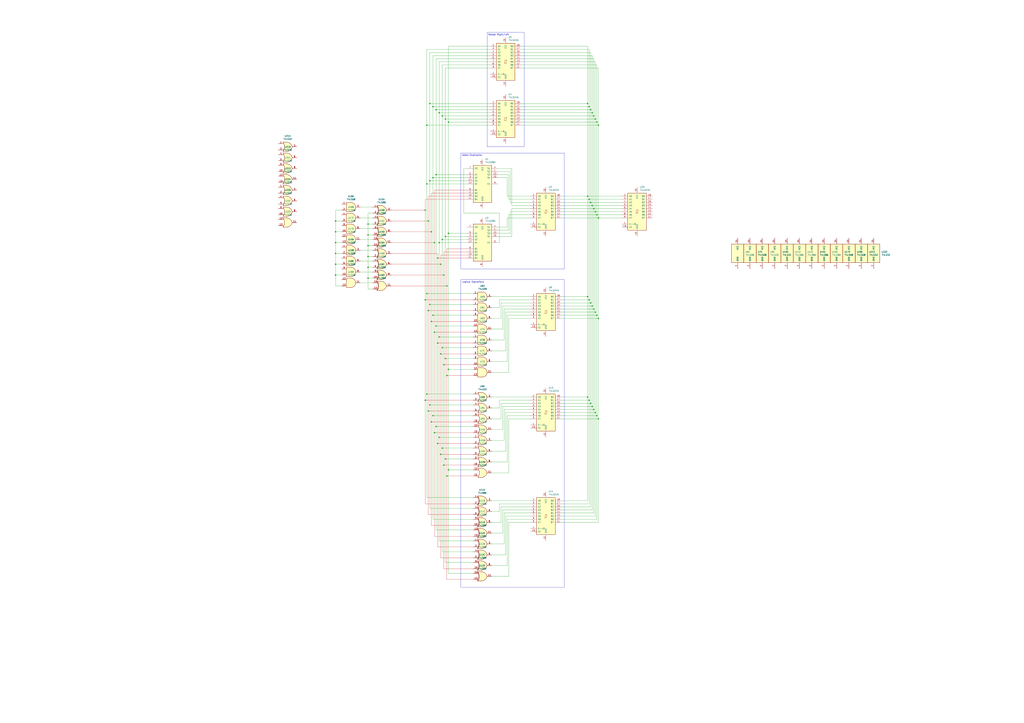
<source format=kicad_sch>
(kicad_sch (version 20231120) (generator "eeschema") (generator_version "8.0")
  (paper "A1")
  (junction (at 483.87 163.83))
  (junction (at 275.59 199.39))
  (junction (at 368.3 191.77))
  (junction (at 486.41 92.71))
  (junction (at 356.87 355.6))
  (junction (at 368.3 100.33))
  (junction (at 482.6 326.39))
  (junction (at 350.52 102.87))
  (junction (at 367.03 308.61))
  (junction (at 349.25 246.38))
  (junction (at 488.95 339.09))
  (junction (at 485.14 90.17))
  (junction (at 353.06 332.74))
  (junction (at 365.76 294.64))
  (junction (at 483.87 328.93))
  (junction (at 354.33 346.71))
  (junction (at 360.68 359.41))
  (junction (at 350.52 241.3))
  (junction (at 491.49 102.87))
  (junction (at 359.41 364.49))
  (junction (at 360.68 92.71))
  (junction (at 358.14 267.97))
  (junction (at 485.14 331.47))
  (junction (at 361.95 217.17))
  (junction (at 364.49 382.27))
  (junction (at 354.33 264.16))
  (junction (at 275.59 208.28))
  (junction (at 482.6 161.29))
  (junction (at 351.79 337.82))
  (junction (at 487.68 336.55))
  (junction (at 275.59 190.5))
  (junction (at 482.6 85.09))
  (junction (at 353.06 85.09))
  (junction (at 365.76 97.79))
  (junction (at 361.95 373.38))
  (junction (at 364.49 226.06))
  (junction (at 354.33 190.5))
  (junction (at 368.3 386.08))
  (junction (at 302.26 184.15))
  (junction (at 275.59 217.17))
  (junction (at 488.95 256.54))
  (junction (at 349.25 172.72))
  (junction (at 491.49 344.17))
  (junction (at 482.6 243.84))
  (junction (at 360.68 199.39))
  (junction (at 275.59 181.61))
  (junction (at 367.03 391.16))
  (junction (at 487.68 171.45))
  (junction (at 358.14 90.17))
  (junction (at 275.59 226.06))
  (junction (at 487.68 95.25))
  (junction (at 486.41 168.91))
  (junction (at 483.87 246.38))
  (junction (at 486.41 334.01))
  (junction (at 355.6 259.08))
  (junction (at 365.76 377.19))
  (junction (at 363.22 285.75))
  (junction (at 490.22 259.08))
  (junction (at 490.22 100.33))
  (junction (at 353.06 148.59))
  (junction (at 486.41 251.46))
  (junction (at 490.22 341.63))
  (junction (at 358.14 143.51))
  (junction (at 302.26 210.82))
  (junction (at 364.49 299.72))
  (junction (at 302.26 193.04))
  (junction (at 302.26 219.71))
  (junction (at 485.14 166.37))
  (junction (at 355.6 146.05))
  (junction (at 351.79 255.27))
  (junction (at 363.22 368.3))
  (junction (at 358.14 350.52))
  (junction (at 368.3 303.53))
  (junction (at 485.14 248.92))
  (junction (at 350.52 323.85))
  (junction (at 356.87 199.39))
  (junction (at 351.79 181.61))
  (junction (at 359.41 212.09))
  (junction (at 363.22 95.25))
  (junction (at 350.52 151.13))
  (junction (at 361.95 290.83))
  (junction (at 487.68 254))
  (junction (at 488.95 97.79))
  (junction (at 491.49 261.62))
  (junction (at 355.6 341.63))
  (junction (at 363.22 196.85))
  (junction (at 491.49 179.07))
  (junction (at 488.95 173.99))
  (junction (at 353.06 250.19))
  (junction (at 490.22 176.53))
  (junction (at 360.68 276.86))
  (junction (at 367.03 234.95))
  (junction (at 302.26 201.93))
  (junction (at 349.25 328.93))
  (junction (at 356.87 273.05))
  (junction (at 302.26 228.6))
  (junction (at 359.41 281.94))
  (junction (at 355.6 87.63))
  (junction (at 483.87 87.63))
  (junction (at 365.76 194.31))
  (wire (pts (xy 415.29 339.09) (xy 415.29 370.84)))
  (wire (pts (xy 408.94 194.31) (xy 420.37 194.31)))
  (wire (pts (xy 360.68 92.71) (xy 360.68 50.8)))
  (wire (pts (xy 383.54 194.31) (xy 365.76 194.31)))
  (wire (pts (xy 427.99 43.18) (xy 485.14 43.18)))
  (wire (pts (xy 321.31 199.39) (xy 356.87 199.39)) (stroke (width 0) (color 194 0 0 1)))
  (wire (pts (xy 365.76 377.19) (xy 365.76 462.28)))
  (wire (pts (xy 363.22 285.75) (xy 363.22 368.3)))
  (wire (pts (xy 295.91 232.41) (xy 306.07 232.41)))
  (wire (pts (xy 353.06 417.83) (xy 388.62 417.83)))
  (wire (pts (xy 388.62 308.61) (xy 367.03 308.61)) (stroke (width 0) (color 194 0 0 1)))
  (wire (pts (xy 355.6 87.63) (xy 402.59 87.63)))
  (wire (pts (xy 350.52 151.13) (xy 350.52 241.3)))
  (wire (pts (xy 427.99 85.09) (xy 482.6 85.09)))
  (wire (pts (xy 483.87 40.64) (xy 483.87 87.63)))
  (wire (pts (xy 461.01 176.53) (xy 490.22 176.53)))
  (wire (pts (xy 482.6 85.09) (xy 482.6 161.29)))
  (wire (pts (xy 435.61 261.62) (xy 417.83 261.62)))
  (wire (pts (xy 383.54 199.39) (xy 360.68 199.39)))
  (wire (pts (xy 490.22 259.08) (xy 461.01 259.08)))
  (wire (pts (xy 361.95 458.47) (xy 388.62 458.47)) (stroke (width 0) (color 194 0 0 1)))
  (wire (pts (xy 365.76 55.88) (xy 402.59 55.88)))
  (wire (pts (xy 383.54 196.85) (xy 363.22 196.85)))
  (wire (pts (xy 349.25 328.93) (xy 388.62 328.93)) (stroke (width 0) (color 194 0 0 1)))
  (wire (pts (xy 427.99 55.88) (xy 491.49 55.88)))
  (wire (pts (xy 302.26 219.71) (xy 302.26 228.6)))
  (wire (pts (xy 411.48 416.56) (xy 411.48 429.26)))
  (wire (pts (xy 363.22 95.25) (xy 363.22 196.85)))
  (wire (pts (xy 358.14 143.51) (xy 358.14 267.97)))
  (wire (pts (xy 403.86 326.39) (xy 435.61 326.39)))
  (wire (pts (xy 488.95 97.79) (xy 488.95 50.8)))
  (wire (pts (xy 349.25 172.72) (xy 349.25 246.38)) (stroke (width 0) (color 194 0 0 1)))
  (wire (pts (xy 280.67 208.28) (xy 275.59 208.28)))
  (wire (pts (xy 351.79 337.82) (xy 351.79 422.91)) (stroke (width 0) (color 194 0 0 1)))
  (wire (pts (xy 461.01 254) (xy 487.68 254)))
  (wire (pts (xy 461.01 168.91) (xy 486.41 168.91)))
  (wire (pts (xy 275.59 208.28) (xy 275.59 217.17)))
  (wire (pts (xy 417.83 344.17) (xy 417.83 388.62)))
  (wire (pts (xy 408.94 146.05) (xy 416.56 146.05)))
  (wire (pts (xy 383.54 204.47) (xy 367.03 204.47)) (stroke (width 0) (color 194 0 0 1)))
  (wire (pts (xy 388.62 303.53) (xy 368.3 303.53)))
  (wire (pts (xy 383.54 207.01) (xy 364.49 207.01)) (stroke (width 0) (color 194 0 0 1)))
  (wire (pts (xy 302.26 175.26) (xy 302.26 184.15)))
  (wire (pts (xy 415.29 288.29) (xy 403.86 288.29)))
  (wire (pts (xy 353.06 85.09) (xy 353.06 148.59)))
  (wire (pts (xy 416.56 186.69) (xy 416.56 179.07)))
  (wire (pts (xy 350.52 102.87) (xy 350.52 40.64)))
  (wire (pts (xy 485.14 331.47) (xy 485.14 416.56)))
  (wire (pts (xy 435.61 168.91) (xy 420.37 168.91)))
  (wire (pts (xy 403.86 297.18) (xy 416.56 297.18)))
  (wire (pts (xy 490.22 53.34) (xy 490.22 100.33)))
  (wire (pts (xy 416.56 464.82) (xy 416.56 426.72)))
  (wire (pts (xy 388.62 368.3) (xy 363.22 368.3)))
  (wire (pts (xy 351.79 422.91) (xy 388.62 422.91)) (stroke (width 0) (color 194 0 0 1)))
  (wire (pts (xy 483.87 40.64) (xy 427.99 40.64)))
  (wire (pts (xy 356.87 273.05) (xy 356.87 355.6)) (stroke (width 0) (color 194 0 0 1)))
  (wire (pts (xy 408.94 186.69) (xy 416.56 186.69)))
  (wire (pts (xy 408.94 189.23) (xy 417.83 189.23)))
  (wire (pts (xy 483.87 328.93) (xy 483.87 414.02)))
  (wire (pts (xy 490.22 426.72) (xy 461.01 426.72)))
  (wire (pts (xy 486.41 251.46) (xy 486.41 334.01)))
  (wire (pts (xy 363.22 95.25) (xy 402.59 95.25)))
  (wire (pts (xy 306.07 201.93) (xy 302.26 201.93)))
  (wire (pts (xy 435.61 429.26) (xy 417.83 429.26)))
  (wire (pts (xy 403.86 420.37) (xy 410.21 420.37)))
  (wire (pts (xy 403.86 335.28) (xy 410.21 335.28)))
  (wire (pts (xy 461.01 416.56) (xy 485.14 416.56)))
  (wire (pts (xy 321.31 190.5) (xy 354.33 190.5)) (stroke (width 0) (color 194 0 0 1)))
  (wire (pts (xy 302.26 193.04) (xy 302.26 201.93)))
  (wire (pts (xy 486.41 168.91) (xy 486.41 251.46)))
  (wire (pts (xy 402.59 48.26) (xy 358.14 48.26)))
  (wire (pts (xy 306.07 193.04) (xy 302.26 193.04)))
  (wire (pts (xy 388.62 471.17) (xy 368.3 471.17)))
  (wire (pts (xy 365.76 294.64) (xy 388.62 294.64)))
  (wire (pts (xy 351.79 161.29) (xy 351.79 181.61)) (stroke (width 0) (color 194 0 0 1)))
  (wire (pts (xy 306.07 237.49) (xy 302.26 237.49)))
  (wire (pts (xy 356.87 199.39) (xy 356.87 273.05)) (stroke (width 0) (color 194 0 0 1)))
  (wire (pts (xy 415.29 455.93) (xy 403.86 455.93)))
  (wire (pts (xy 461.01 421.64) (xy 487.68 421.64)))
  (wire (pts (xy 383.54 156.21) (xy 356.87 156.21)) (stroke (width 0) (color 194 0 0 1)))
  (wire (pts (xy 403.86 361.95) (xy 414.02 361.95)))
  (wire (pts (xy 488.95 339.09) (xy 488.95 424.18)))
  (wire (pts (xy 412.75 438.15) (xy 403.86 438.15)))
  (wire (pts (xy 491.49 344.17) (xy 491.49 429.26)))
  (wire (pts (xy 383.54 146.05) (xy 355.6 146.05)))
  (wire (pts (xy 355.6 87.63) (xy 355.6 45.72)))
  (wire (pts (xy 355.6 426.72) (xy 388.62 426.72)))
  (wire (pts (xy 461.01 261.62) (xy 491.49 261.62)))
  (wire (pts (xy 410.21 252.73) (xy 410.21 246.38)))
  (wire (pts (xy 461.01 344.17) (xy 491.49 344.17)))
  (wire (pts (xy 415.29 256.54) (xy 415.29 288.29)))
  (wire (pts (xy 416.56 161.29) (xy 435.61 161.29)))
  (wire (pts (xy 361.95 290.83) (xy 388.62 290.83)) (stroke (width 0) (color 194 0 0 1)))
  (wire (pts (xy 306.07 184.15) (xy 302.26 184.15)))
  (wire (pts (xy 491.49 102.87) (xy 491.49 179.07)))
  (wire (pts (xy 388.62 453.39) (xy 363.22 453.39)))
  (wire (pts (xy 417.83 429.26) (xy 417.83 473.71)))
  (wire (pts (xy 383.54 151.13) (xy 350.52 151.13)))
  (wire (pts (xy 349.25 414.02) (xy 388.62 414.02)) (stroke (width 0) (color 194 0 0 1)))
  (wire (pts (xy 351.79 181.61) (xy 351.79 255.27)) (stroke (width 0) (color 194 0 0 1)))
  (wire (pts (xy 321.31 172.72) (xy 349.25 172.72)) (stroke (width 0) (color 194 0 0 1)))
  (wire (pts (xy 408.94 143.51) (xy 417.83 143.51)))
  (wire (pts (xy 358.14 267.97) (xy 358.14 350.52)))
  (wire (pts (xy 461.01 424.18) (xy 488.95 424.18)))
  (wire (pts (xy 483.87 414.02) (xy 461.01 414.02)))
  (wire (pts (xy 361.95 217.17) (xy 361.95 290.83)) (stroke (width 0) (color 194 0 0 1)))
  (wire (pts (xy 487.68 48.26) (xy 487.68 95.25)))
  (wire (pts (xy 349.25 246.38) (xy 349.25 328.93)) (stroke (width 0) (color 194 0 0 1)))
  (wire (pts (xy 410.21 246.38) (xy 435.61 246.38)))
  (wire (pts (xy 487.68 171.45) (xy 487.68 254)))
  (wire (pts (xy 365.76 377.19) (xy 388.62 377.19)))
  (wire (pts (xy 295.91 223.52) (xy 306.07 223.52)))
  (wire (pts (xy 280.67 199.39) (xy 275.59 199.39)))
  (wire (pts (xy 491.49 55.88) (xy 491.49 102.87)))
  (wire (pts (xy 490.22 341.63) (xy 490.22 426.72)))
  (wire (pts (xy 355.6 146.05) (xy 355.6 259.08)))
  (wire (pts (xy 427.99 100.33) (xy 490.22 100.33)))
  (wire (pts (xy 483.87 328.93) (xy 461.01 328.93)))
  (wire (pts (xy 358.14 90.17) (xy 402.59 90.17)))
  (wire (pts (xy 461.01 161.29) (xy 482.6 161.29)))
  (wire (pts (xy 295.91 179.07) (xy 306.07 179.07)))
  (wire (pts (xy 353.06 148.59) (xy 353.06 250.19)))
  (wire (pts (xy 361.95 373.38) (xy 361.95 458.47)) (stroke (width 0) (color 194 0 0 1)))
  (wire (pts (xy 461.01 411.48) (xy 482.6 411.48)))
  (wire (pts (xy 414.02 336.55) (xy 435.61 336.55)))
  (wire (pts (xy 461.01 166.37) (xy 485.14 166.37)))
  (wire (pts (xy 360.68 276.86) (xy 360.68 359.41)))
  (wire (pts (xy 417.83 176.53) (xy 435.61 176.53)))
  (wire (pts (xy 360.68 276.86) (xy 388.62 276.86)))
  (wire (pts (xy 353.06 250.19) (xy 388.62 250.19)))
  (wire (pts (xy 363.22 368.3) (xy 363.22 453.39)))
  (wire (pts (xy 354.33 190.5) (xy 354.33 264.16)) (stroke (width 0) (color 194 0 0 1)))
  (wire (pts (xy 402.59 97.79) (xy 365.76 97.79)))
  (wire (pts (xy 488.95 50.8) (xy 427.99 50.8)))
  (wire (pts (xy 353.06 43.18) (xy 353.06 85.09)))
  (wire (pts (xy 355.6 341.63) (xy 355.6 426.72)))
  (wire (pts (xy 485.14 166.37) (xy 510.54 166.37)))
  (wire (pts (xy 295.91 170.18) (xy 306.07 170.18)))
  (wire (pts (xy 367.03 308.61) (xy 367.03 234.95)) (stroke (width 0) (color 194 0 0 1)))
  (wire (pts (xy 383.54 163.83) (xy 349.25 163.83)) (stroke (width 0) (color 194 0 0 1)))
  (wire (pts (xy 417.83 143.51) (xy 417.83 163.83)))
  (wire (pts (xy 483.87 87.63) (xy 483.87 163.83)))
  (wire (pts (xy 435.61 424.18) (xy 415.29 424.18)))
  (wire (pts (xy 383.54 161.29) (xy 351.79 161.29)) (stroke (width 0) (color 194 0 0 1)))
  (wire (pts (xy 403.86 464.82) (xy 416.56 464.82)))
  (wire (pts (xy 350.52 241.3) (xy 388.62 241.3)))
  (wire (pts (xy 358.14 267.97) (xy 388.62 267.97)))
  (wire (pts (xy 487.68 95.25) (xy 487.68 171.45)))
  (wire (pts (xy 461.01 163.83) (xy 483.87 163.83)))
  (wire (pts (xy 482.6 161.29) (xy 510.54 161.29)))
  (wire (pts (xy 381 175.26) (xy 410.21 175.26)))
  (wire (pts (xy 367.03 476.25) (xy 388.62 476.25)) (stroke (width 0) (color 194 0 0 1)))
  (wire (pts (xy 360.68 359.41) (xy 360.68 444.5)))
  (wire (pts (xy 486.41 334.01) (xy 486.41 419.1)))
  (wire (pts (xy 321.31 181.61) (xy 351.79 181.61)) (stroke (width 0) (color 194 0 0 1)))
  (wire (pts (xy 302.26 201.93) (xy 302.26 210.82)))
  (wire (pts (xy 485.14 90.17) (xy 485.14 166.37)))
  (wire (pts (xy 408.94 140.97) (xy 419.1 140.97)))
  (wire (pts (xy 403.86 447.04) (xy 414.02 447.04)))
  (wire (pts (xy 420.37 138.43) (xy 408.94 138.43)))
  (wire (pts (xy 403.86 243.84) (xy 435.61 243.84)))
  (wire (pts (xy 412.75 353.06) (xy 403.86 353.06)))
  (wire (pts (xy 486.41 419.1) (xy 461.01 419.1)))
  (wire (pts (xy 414.02 447.04) (xy 414.02 421.64)))
  (wire (pts (xy 360.68 359.41) (xy 388.62 359.41)))
  (wire (pts (xy 485.14 166.37) (xy 485.14 248.92)))
  (wire (pts (xy 416.56 179.07) (xy 435.61 179.07)))
  (wire (pts (xy 435.61 416.56) (xy 411.48 416.56)))
  (wire (pts (xy 350.52 102.87) (xy 350.52 151.13)))
  (wire (pts (xy 306.07 175.26) (xy 302.26 175.26)))
  (wire (pts (xy 435.61 334.01) (xy 412.75 334.01)))
  (wire (pts (xy 280.67 190.5) (xy 275.59 190.5)))
  (wire (pts (xy 410.21 175.26) (xy 410.21 199.39)))
  (wire (pts (xy 482.6 326.39) (xy 482.6 411.48)))
  (wire (pts (xy 365.76 462.28) (xy 388.62 462.28)))
  (wire (pts (xy 419.1 173.99) (xy 419.1 191.77)))
  (wire (pts (xy 364.49 382.27) (xy 364.49 467.36)) (stroke (width 0) (color 194 0 0 1)))
  (wire (pts (xy 461.01 326.39) (xy 482.6 326.39)))
  (wire (pts (xy 427.99 102.87) (xy 491.49 102.87)))
  (wire (pts (xy 356.87 440.69) (xy 388.62 440.69)) (stroke (width 0) (color 194 0 0 1)))
  (wire (pts (xy 419.1 191.77) (xy 408.94 191.77)))
  (wire (pts (xy 367.03 234.95) (xy 367.03 204.47)) (stroke (width 0) (color 194 0 0 1)))
  (wire (pts (xy 275.59 172.72) (xy 275.59 181.61)))
  (wire (pts (xy 363.22 285.75) (xy 363.22 196.85)))
  (wire (pts (xy 353.06 332.74) (xy 388.62 332.74)))
  (wire (pts (xy 414.02 421.64) (xy 435.61 421.64)))
  (wire (pts (xy 485.14 248.92) (xy 485.14 331.47)))
  (wire (pts (xy 483.87 163.83) (xy 483.87 246.38)))
  (wire (pts (xy 461.01 171.45) (xy 487.68 171.45)))
  (wire (pts (xy 356.87 355.6) (xy 388.62 355.6)) (stroke (width 0) (color 194 0 0 1)))
  (wire (pts (xy 321.31 234.95) (xy 367.03 234.95)) (stroke (width 0) (color 194 0 0 1)))
  (wire (pts (xy 435.61 419.1) (xy 412.75 419.1)))
  (wire (pts (xy 419.1 140.97) (xy 419.1 166.37)))
  (wire (pts (xy 280.67 217.17) (xy 275.59 217.17)))
  (wire (pts (xy 365.76 194.31) (xy 365.76 294.64)))
  (wire (pts (xy 354.33 431.8) (xy 388.62 431.8)) (stroke (width 0) (color 194 0 0 1)))
  (wire (pts (xy 461.01 429.26) (xy 491.49 429.26)))
  (wire (pts (xy 351.79 337.82) (xy 388.62 337.82)) (stroke (width 0) (color 194 0 0 1)))
  (wire (pts (xy 368.3 100.33) (xy 368.3 38.1)))
  (wire (pts (xy 351.79 255.27) (xy 388.62 255.27)) (stroke (width 0) (color 194 0 0 1)))
  (wire (pts (xy 427.99 53.34) (xy 490.22 53.34)))
  (wire (pts (xy 412.75 251.46) (xy 412.75 270.51)))
  (wire (pts (xy 359.41 281.94) (xy 359.41 364.49)) (stroke (width 0) (color 194 0 0 1)))
  (wire (pts (xy 360.68 444.5) (xy 388.62 444.5)))
  (wire (pts (xy 356.87 273.05) (xy 388.62 273.05)) (stroke (width 0) (color 194 0 0 1)))
  (wire (pts (xy 427.99 48.26) (xy 487.68 48.26)))
  (wire (pts (xy 365.76 97.79) (xy 365.76 194.31)))
  (wire (pts (xy 420.37 168.91) (xy 420.37 138.43)))
  (wire (pts (xy 414.02 361.95) (xy 414.02 336.55)))
  (wire (pts (xy 354.33 264.16) (xy 354.33 346.71)) (stroke (width 0) (color 194 0 0 1)))
  (wire (pts (xy 491.49 261.62) (xy 491.49 344.17)))
  (wire (pts (xy 403.86 252.73) (xy 410.21 252.73)))
  (wire (pts (xy 275.59 226.06) (xy 280.67 226.06)))
  (wire (pts (xy 491.49 179.07) (xy 510.54 179.07)))
  (wire (pts (xy 486.41 334.01) (xy 461.01 334.01)))
  (wire (pts (xy 321.31 208.28) (xy 359.41 208.28)) (stroke (width 0) (color 194 0 0 1)))
  (wire (pts (xy 383.54 212.09) (xy 359.41 212.09)) (stroke (width 0) (color 194 0 0 1)))
  (wire (pts (xy 490.22 100.33) (xy 490.22 176.53)))
  (wire (pts (xy 350.52 408.94) (xy 388.62 408.94)))
  (wire (pts (xy 354.33 158.75) (xy 354.33 190.5)) (stroke (width 0) (color 194 0 0 1)))
  (wire (pts (xy 359.41 281.94) (xy 388.62 281.94)) (stroke (width 0) (color 194 0 0 1)))
  (wire (pts (xy 487.68 171.45) (xy 510.54 171.45)))
  (wire (pts (xy 358.14 350.52) (xy 358.14 435.61)))
  (wire (pts (xy 368.3 100.33) (xy 368.3 191.77)))
  (wire (pts (xy 417.83 388.62) (xy 403.86 388.62)))
  (wire (pts (xy 354.33 264.16) (xy 388.62 264.16)) (stroke (width 0) (color 194 0 0 1)))
  (wire (pts (xy 461.01 179.07) (xy 491.49 179.07)))
  (wire (pts (xy 359.41 364.49) (xy 359.41 449.58)) (stroke (width 0) (color 194 0 0 1)))
  (wire (pts (xy 360.68 199.39) (xy 360.68 276.86)))
  (wire (pts (xy 486.41 45.72) (xy 486.41 92.71)))
  (wire (pts (xy 420.37 171.45) (xy 435.61 171.45)))
  (wire (pts (xy 359.41 364.49) (xy 388.62 364.49)) (stroke (width 0) (color 194 0 0 1)))
  (wire (pts (xy 363.22 53.34) (xy 363.22 95.25)))
  (wire (pts (xy 388.62 285.75) (xy 363.22 285.75)))
  (wire (pts (xy 483.87 246.38) (xy 461.01 246.38)))
  (wire (pts (xy 358.14 143.51) (xy 383.54 143.51)))
  (wire (pts (xy 358.14 90.17) (xy 358.14 143.51)))
  (wire (pts (xy 490.22 176.53) (xy 510.54 176.53)))
  (wire (pts (xy 359.41 212.09) (xy 359.41 281.94)) (stroke (width 0) (color 194 0 0 1)))
  (wire (pts (xy 383.54 148.59) (xy 353.06 148.59)))
  (wire (pts (xy 295.91 205.74) (xy 306.07 205.74)))
  (wire (pts (xy 358.14 48.26) (xy 358.14 90.17)))
  (wire (pts (xy 302.26 210.82) (xy 302.26 219.71)))
  (wire (pts (xy 488.95 173.99) (xy 488.95 256.54)))
  (wire (pts (xy 416.56 297.18) (xy 416.56 259.08)))
  (wire (pts (xy 349.25 163.83) (xy 349.25 172.72)) (stroke (width 0) (color 194 0 0 1)))
  (wire (pts (xy 295.91 214.63) (xy 306.07 214.63)))
  (wire (pts (xy 410.21 420.37) (xy 410.21 414.02)))
  (wire (pts (xy 275.59 217.17) (xy 275.59 226.06)))
  (wire (pts (xy 275.59 181.61) (xy 275.59 190.5)))
  (wire (pts (xy 349.25 328.93) (xy 349.25 414.02)) (stroke (width 0) (color 194 0 0 1)))
  (wire (pts (xy 360.68 50.8) (xy 402.59 50.8)))
  (wire (pts (xy 403.86 379.73) (xy 416.56 379.73)))
  (wire (pts (xy 383.54 191.77) (xy 368.3 191.77)))
  (wire (pts (xy 485.14 43.18) (xy 485.14 90.17)))
  (wire (pts (xy 410.21 414.02) (xy 435.61 414.02)))
  (wire (pts (xy 358.14 435.61) (xy 388.62 435.61)))
  (wire (pts (xy 306.07 228.6) (xy 302.26 228.6)))
  (wire (pts (xy 368.3 100.33) (xy 402.59 100.33)))
  (wire (pts (xy 402.59 43.18) (xy 353.06 43.18)))
  (wire (pts (xy 414.02 279.4) (xy 414.02 254)))
  (wire (pts (xy 416.56 426.72) (xy 435.61 426.72)))
  (wire (pts (xy 410.21 328.93) (xy 435.61 328.93)))
  (wire (pts (xy 359.41 449.58) (xy 388.62 449.58)) (stroke (width 0) (color 194 0 0 1)))
  (wire (pts (xy 275.59 226.06) (xy 275.59 234.95)))
  (wire (pts (xy 350.52 102.87) (xy 402.59 102.87)))
  (wire (pts (xy 350.52 241.3) (xy 350.52 323.85)))
  (wire (pts (xy 461.01 339.09) (xy 488.95 339.09)))
  (wire (pts (xy 365.76 294.64) (xy 365.76 377.19)))
  (wire (pts (xy 368.3 303.53) (xy 368.3 191.77)))
  (wire (pts (xy 487.68 336.55) (xy 487.68 421.64)))
  (wire (pts (xy 280.67 172.72) (xy 275.59 172.72)))
  (wire (pts (xy 361.95 290.83) (xy 361.95 373.38)) (stroke (width 0) (color 194 0 0 1)))
  (wire (pts (xy 354.33 346.71) (xy 388.62 346.71)) (stroke (width 0) (color 194 0 0 1)))
  (wire (pts (xy 482.6 161.29) (xy 482.6 243.84)))
  (wire (pts (xy 435.61 331.47) (xy 411.48 331.47)))
  (wire (pts (xy 486.41 92.71) (xy 486.41 168.91)))
  (wire (pts (xy 411.48 261.62) (xy 403.86 261.62)))
  (wire (pts (xy 488.95 173.99) (xy 510.54 173.99)))
  (wire (pts (xy 306.07 210.82) (xy 302.26 210.82)))
  (wire (pts (xy 490.22 341.63) (xy 461.01 341.63)))
  (wire (pts (xy 412.75 419.1) (xy 412.75 438.15)))
  (wire (pts (xy 295.91 196.85) (xy 306.07 196.85)))
  (wire (pts (xy 358.14 350.52) (xy 388.62 350.52)))
  (wire (pts (xy 349.25 246.38) (xy 388.62 246.38)) (stroke (width 0) (color 194 0 0 1)))
  (wire (pts (xy 364.49 299.72) (xy 364.49 382.27)) (stroke (width 0) (color 194 0 0 1)))
  (wire (pts (xy 364.49 226.06) (xy 364.49 299.72)) (stroke (width 0) (color 194 0 0 1)))
  (wire (pts (xy 482.6 85.09) (xy 482.6 38.1)))
  (wire (pts (xy 416.56 341.63) (xy 435.61 341.63)))
  (wire (pts (xy 364.49 299.72) (xy 388.62 299.72)) (stroke (width 0) (color 194 0 0 1)))
  (wire (pts (xy 364.49 207.01) (xy 364.49 226.06)) (stroke (width 0) (color 194 0 0 1)))
  (wire (pts (xy 368.3 38.1) (xy 402.59 38.1)))
  (wire (pts (xy 461.01 243.84) (xy 482.6 243.84)))
  (wire (pts (xy 364.49 382.27) (xy 388.62 382.27)) (stroke (width 0) (color 194 0 0 1)))
  (wire (pts (xy 355.6 259.08) (xy 355.6 341.63)))
  (wire (pts (xy 490.22 259.08) (xy 490.22 341.63)))
  (wire (pts (xy 412.75 270.51) (xy 403.86 270.51)))
  (wire (pts (xy 410.21 199.39) (xy 408.94 199.39)))
  (wire (pts (xy 275.59 199.39) (xy 275.59 208.28)))
  (wire (pts (xy 354.33 431.8) (xy 354.33 346.71)) (stroke (width 0) (color 194 0 0 1)))
  (wire (pts (xy 364.49 467.36) (xy 388.62 467.36)) (stroke (width 0) (color 194 0 0 1)))
  (wire (pts (xy 417.83 189.23) (xy 417.83 176.53)))
  (wire (pts (xy 368.3 303.53) (xy 368.3 386.08)))
  (wire (pts (xy 383.54 209.55) (xy 361.95 209.55)) (stroke (width 0) (color 194 0 0 1)))
  (wire (pts (xy 482.6 243.84) (xy 482.6 326.39)))
  (wire (pts (xy 435.61 256.54) (xy 415.29 256.54)))
  (wire (pts (xy 355.6 45.72) (xy 402.59 45.72)))
  (wire (pts (xy 416.56 379.73) (xy 416.56 341.63)))
  (wire (pts (xy 356.87 156.21) (xy 356.87 199.39)) (stroke (width 0) (color 194 0 0 1)))
  (wire (pts (xy 353.06 250.19) (xy 353.06 332.74)))
  (wire (pts (xy 415.29 370.84) (xy 403.86 370.84)))
  (wire (pts (xy 355.6 259.08) (xy 388.62 259.08)))
  (wire (pts (xy 359.41 208.28) (xy 359.41 212.09)) (stroke (width 0) (color 194 0 0 1)))
  (wire (pts (xy 412.75 334.01) (xy 412.75 353.06)))
  (wire (pts (xy 411.48 248.92) (xy 411.48 261.62)))
  (wire (pts (xy 367.03 391.16) (xy 367.03 476.25)) (stroke (width 0) (color 194 0 0 1)))
  (wire (pts (xy 483.87 163.83) (xy 510.54 163.83)))
  (wire (pts (xy 388.62 386.08) (xy 368.3 386.08)))
  (wire (pts (xy 419.1 166.37) (xy 435.61 166.37)))
  (wire (pts (xy 417.83 473.71) (xy 403.86 473.71)))
  (wire (pts (xy 427.99 97.79) (xy 488.95 97.79)))
  (wire (pts (xy 411.48 344.17) (xy 403.86 344.17)))
  (wire (pts (xy 403.86 411.48) (xy 435.61 411.48)))
  (wire (pts (xy 411.48 429.26) (xy 403.86 429.26)))
  (wire (pts (xy 417.83 306.07) (xy 403.86 306.07)))
  (wire (pts (xy 351.79 255.27) (xy 351.79 337.82)) (stroke (width 0) (color 194 0 0 1)))
  (wire (pts (xy 420.37 194.31) (xy 420.37 171.45)))
  (wire (pts (xy 403.86 279.4) (xy 414.02 279.4)))
  (wire (pts (xy 488.95 256.54) (xy 488.95 339.09)))
  (wire (pts (xy 417.83 163.83) (xy 435.61 163.83)))
  (wire (pts (xy 367.03 391.16) (xy 388.62 391.16)) (stroke (width 0) (color 194 0 0 1)))
  (wire (pts (xy 381 175.26) (xy 381 138.43)))
  (wire (pts (xy 410.21 335.28) (xy 410.21 328.93)))
  (wire (pts (xy 356.87 355.6) (xy 356.87 440.69)) (stroke (width 0) (color 194 0 0 1)))
  (wire (pts (xy 427.99 95.25) (xy 487.68 95.25)))
  (wire (pts (xy 417.83 261.62) (xy 417.83 306.07)))
  (wire (pts (xy 381 138.43) (xy 383.54 138.43)))
  (wire (pts (xy 427.99 92.71) (xy 486.41 92.71)))
  (wire (pts (xy 350.52 323.85) (xy 388.62 323.85)))
  (wire (pts (xy 487.68 254) (xy 487.68 336.55)))
  (wire (pts (xy 461.01 256.54) (xy 488.95 256.54)))
  (wire (pts (xy 275.59 234.95) (xy 280.67 234.95)))
  (wire (pts (xy 350.52 40.64) (xy 402.59 40.64)))
  (wire (pts (xy 295.91 187.96) (xy 306.07 187.96)))
  (wire (pts (xy 435.61 339.09) (xy 415.29 339.09)))
  (wire (pts (xy 491.49 179.07) (xy 491.49 261.62)))
  (wire (pts (xy 435.61 248.92) (xy 411.48 248.92)))
  (wire (pts (xy 302.26 184.15) (xy 302.26 193.04)))
  (wire (pts (xy 355.6 87.63) (xy 355.6 146.05)))
  (wire (pts (xy 416.56 161.29) (xy 416.56 146.05)))
  (wire (pts (xy 427.99 90.17) (xy 485.14 90.17)))
  (wire (pts (xy 402.59 85.09) (xy 353.06 85.09)))
  (wire (pts (xy 435.61 173.99) (xy 419.1 173.99)))
  (wire (pts (xy 368.3 386.08) (xy 368.3 471.17)))
  (wire (pts (xy 415.29 424.18) (xy 415.29 455.93)))
  (wire (pts (xy 427.99 87.63) (xy 483.87 87.63)))
  (wire (pts (xy 350.52 323.85) (xy 350.52 408.94)))
  (wire (pts (xy 461.01 331.47) (xy 485.14 331.47)))
  (wire (pts (xy 488.95 97.79) (xy 488.95 173.99)))
  (wire (pts (xy 427.99 45.72) (xy 486.41 45.72)))
  (wire (pts (xy 321.31 226.06) (xy 364.49 226.06)) (stroke (width 0) (color 194 0 0 1)))
  (wire (pts (xy 355.6 341.63) (xy 388.62 341.63)))
  (wire (pts (xy 360.68 92.71) (xy 360.68 199.39)))
  (wire (pts (xy 306.07 219.71) (xy 302.26 219.71)))
  (wire (pts (xy 302.26 228.6) (xy 302.26 237.49)))
  (wire (pts (xy 275.59 190.5) (xy 275.59 199.39)))
  (wire (pts (xy 486.41 251.46) (xy 461.01 251.46)))
  (wire (pts (xy 482.6 38.1) (xy 427.99 38.1)))
  (wire (pts (xy 416.56 259.08) (xy 435.61 259.08)))
  (wire (pts (xy 486.41 168.91) (xy 510.54 168.91)))
  (wire (pts (xy 435.61 344.17) (xy 417.83 344.17)))
  (wire (pts (xy 461.01 336.55) (xy 487.68 336.55)))
  (wire (pts (xy 361.95 373.38) (xy 388.62 373.38)) (stroke (width 0) (color 194 0 0 1)))
  (wire (pts (xy 383.54 158.75) (xy 354.33 158.75)) (stroke (width 0) (color 194 0 0 1)))
  (wire (pts (xy 361.95 209.55) (xy 361.95 217.17)) (stroke (width 0) (color 194 0 0 1)))
  (wire (pts (xy 402.59 53.34) (xy 363.22 53.34)))
  (wire (pts (xy 321.31 217.17) (xy 361.95 217.17)) (stroke (width 0) (color 194 0 0 1)))
  (wire (pts (xy 367.03 391.16) (xy 367.03 308.61)) (stroke (width 0) (color 194 0 0 1)))
  (wire (pts (xy 365.76 97.79) (xy 365.76 55.88)))
  (wire (pts (xy 353.06 332.74) (xy 353.06 417.83)))
  (wire (pts (xy 411.48 331.47) (xy 411.48 344.17)))
  (wire (pts (xy 461.01 173.99) (xy 488.95 173.99)))
  (wire (pts (xy 483.87 246.38) (xy 483.87 328.93)))
  (wire (pts (xy 360.68 92.71) (xy 402.59 92.71)))
  (wire (pts (xy 461.01 248.92) (xy 485.14 248.92)))
  (wire (pts (xy 490.22 176.53) (xy 490.22 259.08)))
  (wire (pts (xy 414.02 254) (xy 435.61 254)))
  (wire (pts (xy 435.61 251.46) (xy 412.75 251.46)))
  (wire (pts (xy 280.67 181.61) (xy 275.59 181.61)))
  (text_box "Adder/Subtractor" (at 378.46 125.73 0) (size 85.09 95.25) (effects (font (size 1.27 1.27)) (justify left top)))
  (text_box "Logical Operations\n" (at 378.46 229.87 0) (size 85.09 252.73) (effects (font (size 1.27 1.27)) (justify left top)))
  (text_box "Rotate Right/Left" (at 400.05 26.67 0) (size 30.48 93.98) (effects (font (size 1.27 1.27)) (justify left top)))
  (symbol (lib_id "74xx:74LS08") (at 396.24 279.4 0) (unit 1)
    (property "Reference" "U7" (at 396.2317 270.51 0))
    (property "Value" "74LS08" (at 396.2317 273.05 0))
    (property "Datasheet" "http://www.ti.com/lit/gpn/sn74LS08" (effects (hide yes)))
    (property "Description" "Quad And2" (effects (hide yes)))
  )
  (symbol (lib_id "74xx:74LS86") (at 313.69 181.61 0) (unit 2)
    (property "Reference" "U15" (at 313.3852 172.72 0))
    (property "Value" "74LS86" (at 313.3852 175.26 0))
    (property "Footprint" "Package_DIP:DIP-14_W7.62mm_Socket_LongPads" (effects (hide yes)))
    (property "Datasheet" "74xx/74ls86.pdf" (effects (hide yes)))
    (property "Description" "Quad 2-input XOR" (effects (hide yes)))
  )
  (symbol (lib_id "74xx:74LS86") (at 396.24 438.15 0) (unit 4)
    (property "Reference" "U11" (at 395.9352 429.26 0))
    (property "Value" "74LS86" (at 395.9352 431.8 0))
    (property "Footprint" "Package_DIP:DIP-14_W7.62mm_Socket_LongPads" (effects (hide yes)))
    (property "Datasheet" "74xx/74ls86.pdf" (effects (hide yes)))
    (property "Description" "Quad 2-input XOR" (effects (hide yes)))
  )
  (symbol (lib_id "74xx:74LS86") (at 313.69 199.39 0) (unit 4)
    (property "Reference" "U15" (at 313.3852 190.5 0))
    (property "Value" "74LS86" (at 313.3852 193.04 0))
    (property "Footprint" "Package_DIP:DIP-14_W7.62mm_Socket_LongPads" (effects (hide yes)))
    (property "Datasheet" "74xx/74ls86.pdf" (effects (hide yes)))
    (property "Description" "Quad 2-input XOR" (effects (hide yes)))
  )
  (symbol (lib_id "74xx:74LS245") (at 448.31 339.09 0) (unit 1)
    (property "Reference" "U13" (at 450.5041 318.77 0) (effects (justify left)))
    (property "Value" "74LS245" (at 450.5041 321.31 0) (effects (justify left)))
    (property "Footprint" "Package_DIP:DIP-20_W7.62mm_Socket_LongPads" (effects (hide yes)))
    (property "Datasheet" "http://www.ti.com/lit/gpn/sn74LS245" (effects (hide yes)))
    (property "Description" "Octal BUS Transceivers, 3-State outputs" (effects (hide yes)))
  )
  (symbol (lib_id "74xx:74LS08") (at 615.95 208.28 0) (unit 5)
    (property "Reference" "U7" (at 622.3 207.0099 0) (effects (justify left)))
    (property "Value" "74LS08" (at 622.3 209.5499 0) (effects (justify left)))
    (property "Datasheet" "http://www.ti.com/lit/gpn/sn74LS08" (effects (hide yes)))
    (property "Description" "Quad And2" (effects (hide yes)))
  )
  (symbol (lib_id "74xx:74LS32") (at 396.24 344.17 0) (unit 3)
    (property "Reference" "U9" (at 396.24 335.28 0))
    (property "Value" "74LS32" (at 396.24 337.82 0))
    (property "Footprint" "Package_DIP:DIP-14_W7.62mm_Socket_LongPads" (effects (hide yes)))
    (property "Datasheet" "http://www.ti.com/lit/gpn/sn74LS32" (effects (hide yes)))
    (property "Description" "Quad 2-input OR" (effects (hide yes)))
  )
  (symbol (lib_id "74xx:74LS86") (at 313.69 217.17 0) (unit 2)
    (property "Reference" "U16" (at 313.3852 208.28 0))
    (property "Value" "74LS86" (at 313.3852 210.82 0))
    (property "Datasheet" "74xx/74ls86.pdf" (effects (hide yes)))
    (property "Description" "Quad 2-input XOR" (effects (hide yes)))
  )
  (symbol (lib_id "74xx:74LS08") (at 605.79 208.28 0) (unit 5)
    (property "Reference" "U6" (at 612.14 207.0099 0) (effects (justify left)))
    (property "Value" "74LS08" (at 612.14 209.5499 0) (effects (justify left)))
    (property "Footprint" "Package_DIP:DIP-14_W7.62mm_Socket_LongPads" (effects (hide yes)))
    (property "Datasheet" "http://www.ti.com/lit/gpn/sn74LS08" (effects (hide yes)))
    (property "Description" "Quad And2" (effects (hide yes)))
  )
  (symbol (lib_id "74xx:74LS08") (at 687.07 208.28 0) (unit 5)
    (property "Reference" "U17" (at 693.42 207.0099 0) (effects (justify left)))
    (property "Value" "74LS08" (at 693.42 209.5499 0) (effects (justify left)))
    (property "Datasheet" "http://www.ti.com/lit/gpn/sn74LS08" (effects (hide yes)))
    (property "Description" "Quad And2" (effects (hide yes)))
  )
  (symbol (lib_id "74xx:74LS283") (at 396.24 151.13 0) (unit 1)
    (property "Reference" "U1" (at 398.4341 130.81 0) (effects (justify left)))
    (property "Value" "74LS283" (at 398.4341 133.35 0) (effects (justify left)))
    (property "Footprint" "Package_DIP:DIP-16_W7.62mm_Socket_LongPads" (effects (hide yes)))
    (property "Datasheet" "http://www.ti.com/lit/gpn/sn74LS283" (effects (hide yes)))
    (property "Description" "4-bit full Adder" (effects (hide yes)))
  )
  (symbol (lib_id "74xx:74LS08") (at 288.29 223.52 0) (unit 3)
    (property "Reference" "U18" (at 288.2817 214.63 0))
    (property "Value" "74LS08" (at 288.2817 217.17 0))
    (property "Footprint" "Package_DIP:DIP-14_W7.62mm_Socket_LongPads" (effects (hide yes)))
    (property "Datasheet" "http://www.ti.com/lit/gpn/sn74LS08" (effects (hide yes)))
    (property "Description" "Quad And2" (effects (hide yes)))
  )
  (symbol (lib_id "74xx:74LS08") (at 396.24 288.29 0) (unit 2)
    (property "Reference" "U7" (at 396.2317 279.4 0))
    (property "Value" "74LS08" (at 396.2317 281.94 0))
    (property "Datasheet" "http://www.ti.com/lit/gpn/sn74LS08" (effects (hide yes)))
    (property "Description" "Quad And2" (effects (hide yes)))
  )
  (symbol (lib_id "74xx:74LS245") (at 448.31 173.99 0) (unit 1)
    (property "Reference" "U3" (at 450.5041 153.67 0) (effects (justify left)))
    (property "Value" "74LS245" (at 450.5041 156.21 0) (effects (justify left)))
    (property "Footprint" "Package_DIP:DIP-20_W7.62mm_Socket_LongPads" (effects (hide yes)))
    (property "Datasheet" "http://www.ti.com/lit/gpn/sn74LS245" (effects (hide yes)))
    (property "Description" "Octal BUS Transceivers, 3-State outputs" (effects (hide yes)))
  )
  (symbol (lib_id "74xx:74LS245") (at 415.29 50.8 0) (unit 1)
    (property "Reference" "U5" (at 417.4841 30.48 0) (effects (justify left)))
    (property "Value" "74LS245" (at 417.4841 33.02 0) (effects (justify left)))
    (property "Footprint" "Package_DIP:DIP-20_W7.62mm_Socket_LongPads" (effects (hide yes)))
    (property "Datasheet" "http://www.ti.com/lit/gpn/sn74LS245" (effects (hide yes)))
    (property "Description" "Octal BUS Transceivers, 3-State outputs" (effects (hide yes)))
  )
  (symbol (lib_id "74xx:74LS86") (at 676.91 208.28 0) (unit 5)
    (property "Reference" "U16" (at 683.26 207.0099 0) (effects (justify left)))
    (property "Value" "74LS86" (at 683.26 209.5499 0) (effects (justify left)))
    (property "Datasheet" "74xx/74ls86.pdf" (effects (hide yes)))
    (property "Description" "Quad 2-input XOR" (effects (hide yes)))
  )
  (symbol (lib_id "74xx:74LS86") (at 396.24 473.71 0) (unit 4)
    (property "Reference" "U12" (at 395.9352 464.82 0))
    (property "Value" "74LS86" (at 395.9352 467.36 0))
    (property "Datasheet" "74xx/74ls86.pdf" (effects (hide yes)))
    (property "Description" "Quad 2-input XOR" (effects (hide yes)))
  )
  (symbol (lib_id "74xx:74LS08") (at 288.29 179.07 0) (unit 2)
    (property "Reference" "U18" (at 288.2817 170.18 0))
    (property "Value" "74LS08" (at 288.2817 172.72 0))
    (property "Datasheet" "http://www.ti.com/lit/gpn/sn74LS08" (effects (hide yes)))
    (property "Description" "Quad And2" (effects (hide yes)))
  )
  (symbol (lib_id "74xx:74LS32") (at 236.22 120.65 0) (unit 1)
    (property "Reference" "U21" (at 236.22 111.76 0))
    (property "Value" "74LS32" (at 236.22 114.3 0))
    (property "Footprint" "Package_DIP:DIP-14_W7.62mm_Socket_LongPads" (effects (hide yes)))
    (property "Datasheet" "http://www.ti.com/lit/gpn/sn74LS32" (effects (hide yes)))
    (property "Description" "Quad 2-input OR" (effects (hide yes)))
  )
  (symbol (lib_id "74xx:74LS08") (at 288.29 196.85 0) (unit 4)
    (property "Reference" "U17" (at 288.2817 187.96 0))
    (property "Value" "74LS08" (at 288.2817 190.5 0))
    (property "Datasheet" "http://www.ti.com/lit/gpn/sn74LS08" (effects (hide yes)))
    (property "Description" "Quad And2" (effects (hide yes)))
  )
  (symbol (lib_id "74xx:74LS86") (at 396.24 429.26 0) (unit 3)
    (property "Reference" "U11" (at 395.9352 420.37 0))
    (property "Value" "74LS86" (at 395.9352 422.91 0))
    (property "Footprint" "Package_DIP:DIP-14_W7.62mm_Socket_LongPads" (effects (hide yes)))
    (property "Datasheet" "74xx/74ls86.pdf" (effects (hide yes)))
    (property "Description" "Quad 2-input XOR" (effects (hide yes)))
  )
  (symbol (lib_id "74xx:74LS86") (at 396.24 447.04 0) (unit 1)
    (property "Reference" "U12" (at 395.9352 438.15 0))
    (property "Value" "74LS86" (at 395.9352 440.69 0))
    (property "Datasheet" "74xx/74ls86.pdf" (effects (hide yes)))
    (property "Description" "Quad 2-input XOR" (effects (hide yes)))
  )
  (symbol (lib_id "74xx:74LS32") (at 396.24 353.06 0) (unit 4)
    (property "Reference" "U9" (at 396.24 344.17 0))
    (property "Value" "74LS32" (at 396.24 346.71 0))
    (property "Footprint" "Package_DIP:DIP-14_W7.62mm_Socket_LongPads" (effects (hide yes)))
    (property "Datasheet" "http://www.ti.com/lit/gpn/sn74LS32" (effects (hide yes)))
    (property "Description" "Quad 2-input OR" (effects (hide yes)))
  )
  (symbol (lib_id "74xx:74LS32") (at 707.39 208.28 0) (unit 5)
    (property "Reference" "U21" (at 713.74 207.0099 0) (effects (justify left)))
    (property "Value" "74LS32" (at 713.74 209.5499 0) (effects (justify left)))
    (property "Footprint" "Package_DIP:DIP-14_W7.62mm_Socket_LongPads" (effects (hide yes)))
    (property "Datasheet" "http://www.ti.com/lit/gpn/sn74LS32" (effects (hide yes)))
    (property "Description" "Quad 2-input OR" (effects (hide yes)))
  )
  (symbol (lib_id "74xx:74LS32") (at 396.24 335.28 0) (unit 2)
    (property "Reference" "U9" (at 396.24 326.39 0))
    (property "Value" "74LS32" (at 396.24 328.93 0))
    (property "Footprint" "Package_DIP:DIP-14_W7.62mm_Socket_LongPads" (effects (hide yes)))
    (property "Datasheet" "http://www.ti.com/lit/gpn/sn74LS32" (effects (hide yes)))
    (property "Description" "Quad 2-input OR" (effects (hide yes)))
  )
  (symbol (lib_id "74xx:74LS08") (at 396.24 252.73 0) (unit 2)
    (property "Reference" "U6" (at 396.2317 243.84 0))
    (property "Value" "74LS08" (at 396.2317 246.38 0))
    (property "Footprint" "Package_DIP:DIP-14_W7.62mm_Socket_LongPads" (effects (hide yes)))
    (property "Datasheet" "http://www.ti.com/lit/gpn/sn74LS08" (effects (hide yes)))
    (property "Description" "Quad And2" (effects (hide yes)))
  )
  (symbol (lib_id "74xx:74LS86") (at 646.43 208.28 0) (unit 5)
    (property "Reference" "U11" (at 652.78 207.0099 0) (effects (justify left)))
    (property "Value" "74LS86" (at 652.78 209.5499 0) (effects (justify left)))
    (property "Footprint" "Package_DIP:DIP-14_W7.62mm_Socket_LongPads" (effects (hide yes)))
    (property "Datasheet" "74xx/74ls86.pdf" (effects (hide yes)))
    (property "Description" "Quad 2-input XOR" (effects (hide yes)))
  )
  (symbol (lib_id "74xx:74LS08") (at 396.24 261.62 0) (unit 3)
    (property "Reference" "U6" (at 396.2317 252.73 0))
    (property "Value" "74LS08" (at 396.2317 255.27 0))
    (property "Footprint" "Package_DIP:DIP-14_W7.62mm_Socket_LongPads" (effects (hide yes)))
    (property "Datasheet" "http://www.ti.com/lit/gpn/sn74LS08" (effects (hide yes)))
    (property "Description" "Quad And2" (effects (hide yes)))
  )
  (symbol (lib_id "74xx:74LS283") (at 396.24 199.39 0) (unit 1)
    (property "Reference" "U2" (at 398.4341 179.07 0) (effects (justify left)))
    (property "Value" "74LS283" (at 398.4341 181.61 0) (effects (justify left)))
    (property "Footprint" "Package_DIP:DIP-16_W7.62mm_Socket_LongPads" (effects (hide yes)))
    (property "Datasheet" "http://www.ti.com/lit/gpn/sn74LS283" (effects (hide yes)))
    (property "Description" "4-bit full Adder" (effects (hide yes)))
  )
  (symbol (lib_id "74xx:74LS32") (at 236.22 147.32 0) (unit 4)
    (property "Reference" "U21" (at 236.22 138.43 0))
    (property "Value" "74LS32" (at 236.22 140.97 0))
    (property "Footprint" "Package_DIP:DIP-14_W7.62mm_Socket_LongPads" (effects (hide yes)))
    (property "Datasheet" "http://www.ti.com/lit/gpn/sn74LS32" (effects (hide yes)))
    (property "Description" "Quad 2-input OR" (effects (hide yes)))
  )
  (symbol (lib_id "74xx:74LS32") (at 396.24 361.95 0) (unit 1)
    (property "Reference" "U10" (at 396.24 353.06 0))
    (property "Value" "74LS32" (at 396.24 355.6 0))
    (property "Datasheet" "http://www.ti.com/lit/gpn/sn74LS32" (effects (hide yes)))
    (property "Description" "Quad 2-input OR" (effects (hide yes)))
  )
  (symbol (lib_id "74xx:74LS86") (at 313.69 190.5 0) (unit 3)
    (property "Reference" "U15" (at 313.3852 181.61 0))
    (property "Value" "74LS86" (at 313.3852 184.15 0))
    (property "Footprint" "Package_DIP:DIP-14_W7.62mm_Socket_LongPads" (effects (hide yes)))
    (property "Datasheet" "74xx/74ls86.pdf" (effects (hide yes)))
    (property "Description" "Quad 2-input XOR" (effects (hide yes)))
  )
  (symbol (lib_id "74xx:74LS32") (at 396.24 388.62 0) (unit 4)
    (property "Reference" "U10" (at 396.24 379.73 0))
    (property "Value" "74LS32" (at 396.24 382.27 0))
    (property "Datasheet" "http://www.ti.com/lit/gpn/sn74LS32" (effects (hide yes)))
    (property "Description" "Quad 2-input OR" (effects (hide yes)))
  )
  (symbol (lib_id "74xx:74LS86") (at 396.24 411.48 0) (unit 1)
    (property "Reference" "U11" (at 395.9352 402.59 0))
    (property "Value" "74LS86" (at 395.9352 405.13 0))
    (property "Footprint" "Package_DIP:DIP-14_W7.62mm_Socket_LongPads" (effects (hide yes)))
    (property "Datasheet" "74xx/74ls86.pdf" (effects (hide yes)))
    (property "Description" "Quad 2-input XOR" (effects (hide yes)))
  )
  (symbol (lib_id "74xx:74LS08") (at 697.23 208.28 0) (unit 5)
    (property "Reference" "U18" (at 703.58 207.0099 0) (effects (justify left)))
    (property "Value" "74LS08" (at 703.58 209.5499 0) (effects (justify left)))
    (property "Footprint" "Package_DIP:DIP-14_W7.62mm_Socket_LongPads" (effects (hide yes)))
    (property "Datasheet" "http://www.ti.com/lit/gpn/sn74LS08" (effects (hide yes)))
    (property "Description" "Quad And2" (effects (hide yes)))
  )
  (symbol (lib_id "74xx:74LS86") (at 656.59 208.28 0) (unit 5)
    (property "Reference" "U12" (at 662.94 207.0099 0) (effects (justify left)))
    (property "Value" "74LS86" (at 662.94 209.5499 0) (effects (justify left)))
    (property "Datasheet" "74xx/74ls86.pdf" (effects (hide yes)))
    (property "Description" "Quad 2-input XOR" (effects (hide yes)))
  )
  (symbol (lib_id "74xx:74LS32") (at 236.22 129.54 0) (unit 2)
    (property "Reference" "U21" (at 236.22 120.65 0))
    (property "Value" "74LS32" (at 236.22 123.19 0))
    (property "Footprint" "Package_DIP:DIP-14_W7.62mm_Socket_LongPads" (effects (hide yes)))
    (property "Datasheet" "http://www.ti.com/lit/gpn/sn74LS32" (effects (hide yes)))
    (property "Description" "Quad 2-input OR" (effects (hide yes)))
  )
  (symbol (lib_id "74xx:74LS245") (at 448.31 424.18 0) (unit 1)
    (property "Reference" "U14" (at 450.5041 403.86 0) (effects (justify left)))
    (property "Value" "74LS245" (at 450.5041 406.4 0) (effects (justify left)))
    (property "Footprint" "Package_DIP:DIP-20_W7.62mm_Socket_LongPads" (effects (hide yes)))
    (property "Datasheet" "http://www.ti.com/lit/gpn/sn74LS245" (effects (hide yes)))
    (property "Description" "Octal BUS Transceivers, 3-State outputs" (effects (hide yes)))
  )
  (symbol (lib_id "74xx:74LS245") (at 448.31 256.54 0) (unit 1)
    (property "Reference" "U8" (at 450.5041 236.22 0) (effects (justify left)))
    (property "Value" "74LS245" (at 450.5041 238.76 0) (effects (justify left)))
    (property "Footprint" "Package_DIP:DIP-20_W7.62mm_Socket_LongPads" (effects (hide yes)))
    (property "Datasheet" "http://www.ti.com/lit/gpn/sn74LS245" (effects (hide yes)))
    (property "Description" "Octal BUS Transceivers, 3-State outputs" (effects (hide yes)))
  )
  (symbol (lib_id "74xx:74LS32") (at 236.22 165.1 0) (unit 2)
    (property "Reference" "U22" (at 236.22 156.21 0))
    (property "Value" "74LS32" (at 236.22 158.75 0))
    (property "Datasheet" "http://www.ti.com/lit/gpn/sn74LS32" (effects (hide yes)))
    (property "Description" "Quad 2-input OR" (effects (hide yes)))
  )
  (symbol (lib_id "74xx:74LS32") (at 236.22 182.88 0) (unit 4)
    (property "Reference" "U22" (at 236.22 173.99 0))
    (property "Value" "74LS32" (at 236.22 176.53 0))
    (property "Datasheet" "http://www.ti.com/lit/gpn/sn74LS32" (effects (hide yes)))
    (property "Description" "Quad 2-input OR" (effects (hide yes)))
  )
  (symbol (lib_id "74xx:74LS32") (at 396.24 326.39 0) (unit 1)
    (property "Reference" "U9" (at 396.24 317.5 0))
    (property "Value" "74LS32" (at 396.24 320.04 0))
    (property "Footprint" "Package_DIP:DIP-14_W7.62mm_Socket_LongPads" (effects (hide yes)))
    (property "Datasheet" "http://www.ti.com/lit/gpn/sn74LS32" (effects (hide yes)))
    (property "Description" "Quad 2-input OR" (effects (hide yes)))
  )
  (symbol (lib_id "74xx:74LS08") (at 288.29 187.96 0) (unit 3)
    (property "Reference" "U17" (at 288.2817 179.07 0))
    (property "Value" "74LS08" (at 288.2817 181.61 0))
    (property "Datasheet" "http://www.ti.com/lit/gpn/sn74LS08" (effects (hide yes)))
    (property "Description" "Quad And2" (effects (hide yes)))
  )
  (symbol (lib_id "74xx:74LS32") (at 236.22 173.99 0) (unit 3)
    (property "Reference" "U22" (at 236.22 165.1 0))
    (property "Value" "74LS32" (at 236.22 167.64 0))
    (property "Datasheet" "http://www.ti.com/lit/gpn/sn74LS32" (effects (hide yes)))
    (property "Description" "Quad 2-input OR" (effects (hide yes)))
  )
  (symbol (lib_id "74xx:74LS245") (at 523.24 173.99 0) (unit 1)
    (property "Reference" "U20" (at 525.4341 153.67 0) (effects (justify left)))
    (property "Value" "74LS245" (at 525.4341 156.21 0) (effects (justify left)))
    (property "Footprint" "Package_DIP:DIP-20_W7.62mm_Socket_LongPads" (effects (hide yes)))
    (property "Datasheet" "http://www.ti.com/lit/gpn/sn74LS245" (effects (hide yes)))
    (property "Description" "Octal BUS Transceivers, 3-State outputs" (effects (hide yes)))
  )
  (symbol (lib_id "74xx:74LS08") (at 396.24 306.07 0) (unit 4)
    (property "Reference" "U7" (at 396.2317 297.18 0))
    (property "Value" "74LS08" (at 396.2317 299.72 0))
    (property "Datasheet" "http://www.ti.com/lit/gpn/sn74LS08" (effects (hide yes)))
    (property "Description" "Quad And2" (effects (hide yes)))
  )
  (symbol (lib_id "74xx:74LS08") (at 396.24 270.51 0) (unit 4)
    (property "Reference" "U6" (at 396.2317 261.62 0))
    (property "Value" "74LS08" (at 396.2317 264.16 0))
    (property "Footprint" "Package_DIP:DIP-14_W7.62mm_Socket_LongPads" (effects (hide yes)))
    (property "Datasheet" "http://www.ti.com/lit/gpn/sn74LS08" (effects (hide yes)))
    (property "Description" "Quad And2" (effects (hide yes)))
  )
  (symbol (lib_id "74xx:74LS32") (at 636.27 208.28 0) (unit 5)
    (property "Reference" "U10" (at 642.62 207.0099 0) (effects (justify left)))
    (property "Value" "74LS32" (at 642.62 209.5499 0) (effects (justify left)))
    (property "Datasheet" "http://www.ti.com/lit/gpn/sn74LS32" (effects (hide yes)))
    (property "Description" "Quad 2-input OR" (effects (hide yes)))
  )
  (symbol (lib_id "74xx:74LS08") (at 396.24 243.84 0) (unit 1)
    (property "Reference" "U6" (at 396.2317 234.95 0))
    (property "Value" "74LS08" (at 396.2317 237.49 0))
    (property "Footprint" "Package_DIP:DIP-14_W7.62mm_Socket_LongPads" (effects (hide yes)))
    (property "Datasheet" "http://www.ti.com/lit/gpn/sn74LS08" (effects (hide yes)))
    (property "Description" "Quad And2" (effects (hide yes)))
  )
  (symbol (lib_id "74xx:74LS86") (at 396.24 420.37 0) (unit 2)
    (property "Reference" "U11" (at 395.9352 411.48 0))
    (property "Value" "74LS86" (at 395.9352 414.02 0))
    (property "Footprint" "Package_DIP:DIP-14_W7.62mm_Socket_LongPads" (effects (hide yes)))
    (property "Datasheet" "74xx/74ls86.pdf" (effects (hide yes)))
    (property "Description" "Quad 2-input XOR" (effects (hide yes)))
  )
  (symbol (lib_id "74xx:74LS08") (at 288.29 170.18 0) (unit 1)
    (property "Reference" "U18" (at 288.2817 161.29 0))
    (property "Value" "74LS08" (at 288.2817 163.83 0))
    (property "Datasheet" "http://www.ti.com/lit/gpn/sn74LS08" (effects (hide yes)))
    (property "Description" "Quad And2" (effects (hide yes)))
  )
  (symbol (lib_id "74xx:74LS32") (at 236.22 138.43 0) (unit 3)
    (property "Reference" "U21" (at 236.22 129.54 0))
    (property "Value" "74LS32" (at 236.22 132.08 0))
    (property "Footprint" "Package_DIP:DIP-14_W7.62mm_Socket_LongPads" (effects (hide yes)))
    (property "Datasheet" "http://www.ti.com/lit/gpn/sn74LS32" (effects (hide yes)))
    (property "Description" "Quad 2-input OR" (effects (hide yes)))
  )
  (symbol (lib_id "74xx:74LS86") (at 396.24 464.82 0) (unit 3)
    (property "Reference" "U12" (at 395.9352 455.93 0))
    (property "Value" "74LS86" (at 395.9352 458.47 0))
    (property "Datasheet" "74xx/74ls86.pdf" (effects (hide yes)))
    (property "Description" "Quad 2-input XOR" (effects (hide yes)))
  )
  (symbol (lib_id "74xx:74LS86") (at 313.69 172.72 0) (unit 1)
    (property "Reference" "U15" (at 313.3852 163.83 0))
    (property "Value" "74LS86" (at 313.3852 166.37 0))
    (property "Footprint" "Package_DIP:DIP-14_W7.62mm_Socket_LongPads" (effects (hide yes)))
    (property "Datasheet" "74xx/74ls86.pdf" (effects (hide yes)))
    (property "Description" "Quad 2-input XOR" (effects (hide yes)))
  )
  (symbol (lib_id "74xx:74LS32") (at 626.11 208.28 0) (unit 5)
    (property "Reference" "U9" (at 632.46 207.0099 0) (effects (justify left)))
    (property "Value" "74LS32" (at 632.46 209.5499 0) (effects (justify left)))
    (property "Footprint" "Package_DIP:DIP-14_W7.62mm_Socket_LongPads" (effects (hide yes)))
    (property "Datasheet" "http://www.ti.com/lit/gpn/sn74LS32" (effects (hide yes)))
    (property "Description" "Quad 2-input OR" (effects (hide yes)))
  )
  (symbol (lib_id "74xx:74LS86") (at 313.69 234.95 0) (unit 4)
    (property "Reference" "U16" (at 313.3852 226.06 0))
    (property "Value" "74LS86" (at 313.3852 228.6 0))
    (property "Datasheet" "74xx/74ls86.pdf" (effects (hide yes)))
    (property "Description" "Quad 2-input XOR" (effects (hide yes)))
  )
  (symbol (lib_id "74xx:74LS32") (at 396.24 370.84 0) (unit 2)
    (property "Reference" "U10" (at 396.24 361.95 0))
    (property "Value" "74LS32" (at 396.24 364.49 0))
    (property "Datasheet" "http://www.ti.com/lit/gpn/sn74LS32" (effects (hide yes)))
    (property "Description" "Quad 2-input OR" (effects (hide yes)))
  )
  (symbol (lib_id "74xx:74LS32") (at 717.55 208.28 0) (unit 5)
    (property "Reference" "U22" (at 723.9 207.0099 0) (effects (justify left)))
    (property "Value" "74LS32" (at 723.9 209.5499 0) (effects (justify left)))
    (property "Datasheet" "http://www.ti.com/lit/gpn/sn74LS32" (effects (hide yes)))
    (property "Description" "Quad 2-input OR" (effects (hide yes)))
  )
  (symbol (lib_id "74xx:74LS32") (at 396.24 379.73 0) (unit 3)
    (property "Reference" "U10" (at 396.24 370.84 0))
    (property "Value" "74LS32" (at 396.24 373.38 0))
    (property "Datasheet" "http://www.ti.com/lit/gpn/sn74LS32" (effects (hide yes)))
    (property "Description" "Quad 2-input OR" (effects (hide yes)))
  )
  (symbol (lib_id "74xx:74LS86") (at 313.69 226.06 0) (unit 3)
    (property "Reference" "U16" (at 313.3852 217.17 0))
    (property "Value" "74LS86" (at 313.3852 219.71 0))
    (property "Datasheet" "74xx/74ls86.pdf" (effects (hide yes)))
    (property "Description" "Quad 2-input XOR" (effects (hide yes)))
  )
  (symbol (lib_id "74xx:74LS86") (at 313.69 208.28 0) (unit 1)
    (property "Reference" "U16" (at 313.3852 199.39 0))
    (property "Value" "74LS86" (at 313.3852 201.93 0))
    (property "Datasheet" "74xx/74ls86.pdf" (effects (hide yes)))
    (property "Description" "Quad 2-input XOR" (effects (hide yes)))
  )
  (symbol (lib_id "74xx:74LS08") (at 396.24 297.18 0) (unit 3)
    (property "Reference" "U7" (at 396.2317 288.29 0))
    (property "Value" "74LS08" (at 396.2317 290.83 0))
    (property "Datasheet" "http://www.ti.com/lit/gpn/sn74LS08" (effects (hide yes)))
    (property "Description" "Quad And2" (effects (hide yes)))
  )
  (symbol (lib_id "74xx:74LS86") (at 666.75 208.28 0) (unit 5)
    (property "Reference" "U15" (at 673.1 207.0099 0) (effects (justify left)))
    (property "Value" "74LS86" (at 673.1 209.5499 0) (effects (justify left)))
    (property "Footprint" "Package_DIP:DIP-14_W7.62mm_Socket_LongPads" (effects (hide yes)))
    (property "Datasheet" "74xx/74ls86.pdf" (effects (hide yes)))
    (property "Description" "Quad 2-input XOR" (effects (hide yes)))
  )
  (symbol (lib_id "74xx:74LS08") (at 288.29 232.41 0) (unit 4)
    (property "Reference" "U18" (at 288.2817 223.52 0))
    (property "Value" "74LS08" (at 288.2817 226.06 0))
    (property "Footprint" "Package_DIP:DIP-14_W7.62mm_Socket_LongPads" (effects (hide yes)))
    (property "Datasheet" "http://www.ti.com/lit/gpn/sn74LS08" (effects (hide yes)))
    (property "Description" "Quad And2" (effects (hide yes)))
  )
  (symbol (lib_id "74xx:74LS08") (at 288.29 205.74 0) (unit 1)
    (property "Reference" "U19" (at 288.2817 196.85 0))
    (property "Value" "74LS08" (at 288.2817 199.39 0))
    (property "Footprint" "Package_DIP:DIP-14_W7.62mm_Socket_LongPads" (effects (hide yes)))
    (property "Datasheet" "http://www.ti.com/lit/gpn/sn74LS08" (effects (hide yes)))
    (property "Description" "Quad And2" (effects (hide yes)))
  )
  (symbol (lib_id "74xx:74LS08") (at 288.29 214.63 0) (unit 2)
    (property "Reference" "U19" (at 288.2817 205.74 0))
    (property "Value" "74LS08" (at 288.2817 208.28 0))
    (property "Footprint" "Package_DIP:DIP-14_W7.62mm_Socket_LongPads" (effects (hide yes)))
    (property "Datasheet" "http://www.ti.com/lit/gpn/sn74LS08" (effects (hide yes)))
    (property "Description" "Quad And2" (effects (hide yes)))
  )
  (symbol (lib_id "74xx:74LS245") (at 415.29 97.79 0) (unit 1)
    (property "Reference" "U4" (at 417.4841 77.47 0) (effects (justify left)))
    (property "Value" "74LS245" (at 417.4841 80.01 0) (effects (justify left)))
    (property "Footprint" "Package_DIP:DIP-20_W7.62mm_Socket_LongPads" (effects (hide yes)))
    (property "Datasheet" "http://www.ti.com/lit/gpn/sn74LS245" (effects (hide yes)))
    (property "Description" "Octal BUS Transceivers, 3-State outputs" (effects (hide yes)))
  )
  (symbol (lib_id "74xx:74LS32") (at 236.22 156.21 0) (unit 1)
    (property "Reference" "U22" (at 236.22 147.32 0))
    (property "Value" "74LS32" (at 236.22 149.86 0))
    (property "Datasheet" "http://www.ti.com/lit/gpn/sn74LS32" (effects (hide yes)))
    (property "Description" "Quad 2-input OR" (effects (hide yes)))
  )
  (symbol (lib_id "74xx:74LS86") (at 396.24 455.93 0) (unit 2)
    (property "Reference" "U12" (at 395.9352 447.04 0))
    (property "Value" "74LS86" (at 395.9352 449.58 0))
    (property "Datasheet" "74xx/74ls86.pdf" (effects (hide yes)))
    (property "Description" "Quad 2-input XOR" (effects (hide yes)))
  )
)
</source>
